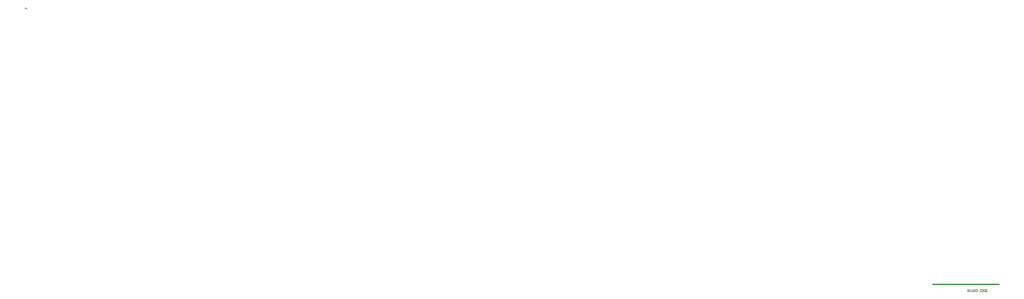
<source format=gm1>
G04*
G04 #@! TF.GenerationSoftware,Altium Limited,Altium Designer,21.5.1 (32)*
G04*
G04 Layer_Color=16711935*
%FSLAX25Y25*%
%MOIN*%
G70*
G04*
G04 #@! TF.SameCoordinates,D9A27908-B339-4E15-AEEB-BE0A6D91D8F4*
G04*
G04*
G04 #@! TF.FilePolarity,Positive*
G04*
G01*
G75*
%ADD11C,0.01000*%
%ADD14C,0.00394*%
%ADD142C,0.00309*%
D11*
X813858Y-229863D02*
X861732D01*
D14*
X162358Y-31741D02*
X163933D01*
X163146Y-32528D02*
Y-30953D01*
D142*
X838976Y-233557D02*
Y-235197D01*
Y-233557D02*
X839679D01*
X839914Y-233635D01*
X839992Y-233713D01*
X840070Y-233869D01*
Y-234025D01*
X839992Y-234181D01*
X839914Y-234260D01*
X839679Y-234338D01*
X838976D02*
X839679D01*
X839914Y-234416D01*
X839992Y-234494D01*
X840070Y-234650D01*
Y-234884D01*
X839992Y-235041D01*
X839914Y-235119D01*
X839679Y-235197D01*
X838976D01*
X840906Y-233557D02*
X840749Y-233635D01*
X840593Y-233791D01*
X840515Y-233947D01*
X840437Y-234181D01*
Y-234572D01*
X840515Y-234806D01*
X840593Y-234963D01*
X840749Y-235119D01*
X840906Y-235197D01*
X841218D01*
X841374Y-235119D01*
X841530Y-234963D01*
X841609Y-234806D01*
X841687Y-234572D01*
Y-234181D01*
X841609Y-233947D01*
X841530Y-233791D01*
X841374Y-233635D01*
X841218Y-233557D01*
X840906D01*
X843319Y-235197D02*
X842694Y-233557D01*
X842069Y-235197D01*
X842304Y-234650D02*
X843085D01*
X843702Y-233557D02*
Y-235197D01*
Y-233557D02*
X844405D01*
X844639Y-233635D01*
X844717Y-233713D01*
X844795Y-233869D01*
Y-234025D01*
X844717Y-234181D01*
X844639Y-234260D01*
X844405Y-234338D01*
X843702D01*
X844248D02*
X844795Y-235197D01*
X845162Y-233557D02*
Y-235197D01*
Y-233557D02*
X845709D01*
X845943Y-233635D01*
X846099Y-233791D01*
X846177Y-233947D01*
X846256Y-234181D01*
Y-234572D01*
X846177Y-234806D01*
X846099Y-234963D01*
X845943Y-235119D01*
X845709Y-235197D01*
X845162D01*
X848927Y-233557D02*
X847911D01*
Y-235197D01*
X848927D01*
X847911Y-234338D02*
X848536D01*
X849200Y-233557D02*
Y-235197D01*
Y-233557D02*
X849747D01*
X849981Y-233635D01*
X850137Y-233791D01*
X850215Y-233947D01*
X850294Y-234181D01*
Y-234572D01*
X850215Y-234806D01*
X850137Y-234963D01*
X849981Y-235119D01*
X849747Y-235197D01*
X849200D01*
X851832Y-233947D02*
X851754Y-233791D01*
X851598Y-233635D01*
X851442Y-233557D01*
X851129D01*
X850973Y-233635D01*
X850817Y-233791D01*
X850739Y-233947D01*
X850661Y-234181D01*
Y-234572D01*
X850739Y-234806D01*
X850817Y-234963D01*
X850973Y-235119D01*
X851129Y-235197D01*
X851442D01*
X851598Y-235119D01*
X851754Y-234963D01*
X851832Y-234806D01*
Y-234572D01*
X851442D02*
X851832D01*
X853222Y-233557D02*
X852207D01*
Y-235197D01*
X853222D01*
X852207Y-234338D02*
X852832D01*
M02*

</source>
